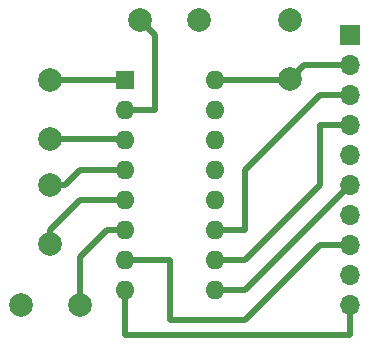
<source format=gbr>
G04 #@! TF.GenerationSoftware,KiCad,Pcbnew,(5.1.4)-1*
G04 #@! TF.CreationDate,2019-11-18T21:48:27+01:00*
G04 #@! TF.ProjectId,UART_RS232,55415254-5f52-4533-9233-322e6b696361,rev?*
G04 #@! TF.SameCoordinates,Original*
G04 #@! TF.FileFunction,Copper,L1,Top*
G04 #@! TF.FilePolarity,Positive*
%FSLAX46Y46*%
G04 Gerber Fmt 4.6, Leading zero omitted, Abs format (unit mm)*
G04 Created by KiCad (PCBNEW (5.1.4)-1) date 2019-11-18 21:48:27*
%MOMM*%
%LPD*%
G04 APERTURE LIST*
%ADD10O,1.600000X1.600000*%
%ADD11R,1.600000X1.600000*%
%ADD12C,2.000000*%
%ADD13R,1.700000X1.700000*%
%ADD14O,1.700000X1.700000*%
%ADD15C,0.500000*%
G04 APERTURE END LIST*
D10*
X122580400Y-84226400D03*
X114960400Y-102006400D03*
X122580400Y-86766400D03*
X114960400Y-99466400D03*
X122580400Y-89306400D03*
X114960400Y-96926400D03*
X122580400Y-91846400D03*
X114960400Y-94386400D03*
X122580400Y-94386400D03*
X114960400Y-91846400D03*
X122580400Y-96926400D03*
X114960400Y-89306400D03*
X122580400Y-99466400D03*
X114960400Y-86766400D03*
X122580400Y-102006400D03*
D11*
X114960400Y-84226400D03*
D12*
X108610400Y-93116400D03*
X108610400Y-98116400D03*
X128930400Y-79146400D03*
X128930400Y-84146400D03*
D13*
X134010400Y-80416400D03*
D14*
X134010400Y-82956400D03*
X134010400Y-85496400D03*
X134010400Y-88036400D03*
X134010400Y-90576400D03*
X134010400Y-93116400D03*
X134010400Y-95656400D03*
X134010400Y-98196400D03*
X134010400Y-100736400D03*
X134010400Y-103276400D03*
D12*
X108610400Y-89226400D03*
X108610400Y-84226400D03*
X116230400Y-79146400D03*
X121230400Y-79146400D03*
X106150400Y-103276400D03*
X111150400Y-103276400D03*
D15*
X114880400Y-89226400D02*
X114960400Y-89306400D01*
X108610400Y-89226400D02*
X114880400Y-89226400D01*
X108610400Y-84226400D02*
X114960400Y-84226400D01*
X108610400Y-93116400D02*
X109880400Y-93116400D01*
X111150400Y-91846400D02*
X114960400Y-91846400D01*
X109880400Y-93116400D02*
X111150400Y-91846400D01*
X108610400Y-98116400D02*
X108610400Y-96926400D01*
X111150400Y-94386400D02*
X114960400Y-94386400D01*
X108610400Y-96926400D02*
X111150400Y-94386400D01*
X114960400Y-86766400D02*
X117500400Y-86766400D01*
X117500400Y-86766400D02*
X117500400Y-80416400D01*
X117500400Y-80416400D02*
X116230400Y-79146400D01*
X111150400Y-103276400D02*
X111150400Y-99974400D01*
X114960400Y-96926400D02*
X113436400Y-96926400D01*
X111150400Y-99212400D02*
X111150400Y-99974400D01*
X113436400Y-96926400D02*
X111150400Y-99212400D01*
X125120400Y-96926400D02*
X122580400Y-96926400D01*
X134010400Y-85496400D02*
X131470400Y-85496400D01*
X131470400Y-85496400D02*
X125120400Y-91846400D01*
X125120400Y-91846400D02*
X125120400Y-96926400D01*
X125120400Y-99466400D02*
X122580400Y-99466400D01*
X125120400Y-99466400D02*
X131470400Y-93116400D01*
X131470400Y-93116400D02*
X131470400Y-88036400D01*
X131470400Y-88036400D02*
X134010400Y-88036400D01*
X125120400Y-102006400D02*
X122580400Y-102006400D01*
X125120400Y-102006400D02*
X134010400Y-93116400D01*
X114960400Y-99466400D02*
X117500400Y-99466400D01*
X125120400Y-104546400D02*
X118770400Y-104546400D01*
X118770400Y-104546400D02*
X118770400Y-99466400D01*
X118770400Y-99466400D02*
X114960400Y-99466400D01*
X125120400Y-104546400D02*
X131470400Y-98196400D01*
X131470400Y-98196400D02*
X134010400Y-98196400D01*
X114960400Y-102006400D02*
X114960400Y-105816400D01*
X114960400Y-105816400D02*
X134010400Y-105816400D01*
X134010400Y-105816400D02*
X134010400Y-103276400D01*
X122580400Y-84226400D02*
X123930400Y-84226400D01*
X128850400Y-84226400D02*
X128930400Y-84146400D01*
X122580400Y-84226400D02*
X128850400Y-84226400D01*
X130120400Y-82956400D02*
X128930400Y-84146400D01*
X134010400Y-82956400D02*
X130200400Y-82956400D01*
M02*

</source>
